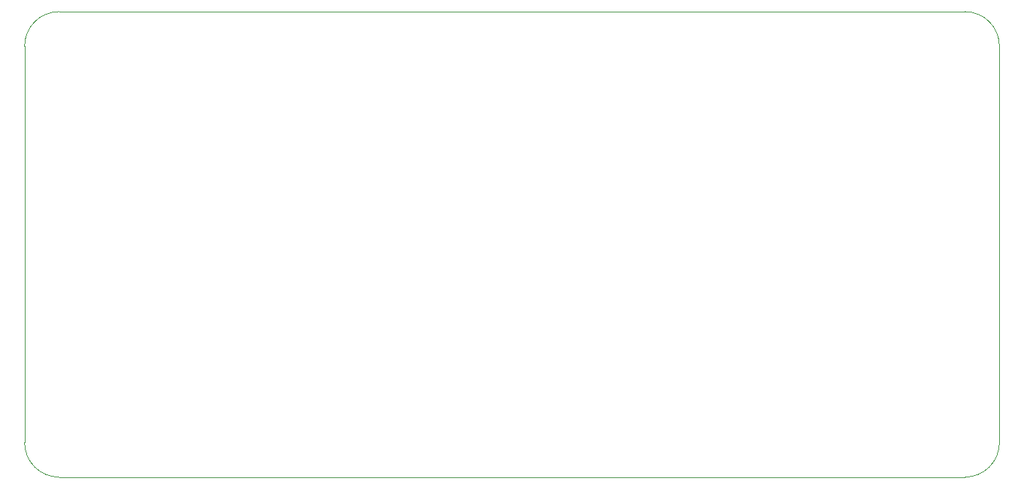
<source format=gbr>
%TF.GenerationSoftware,KiCad,Pcbnew,(5.1.7-0-10_14)*%
%TF.CreationDate,2020-11-02T10:01:54+01:00*%
%TF.ProjectId,controller_motion_pcb,636f6e74-726f-46c6-9c65-725f6d6f7469,rev?*%
%TF.SameCoordinates,Original*%
%TF.FileFunction,Profile,NP*%
%FSLAX46Y46*%
G04 Gerber Fmt 4.6, Leading zero omitted, Abs format (unit mm)*
G04 Created by KiCad (PCBNEW (5.1.7-0-10_14)) date 2020-11-02 10:01:54*
%MOMM*%
%LPD*%
G01*
G04 APERTURE LIST*
%TA.AperFunction,Profile*%
%ADD10C,0.050000*%
%TD*%
G04 APERTURE END LIST*
D10*
X78500000Y-37000000D02*
G75*
G02*
X82500000Y-33000000I4000000J0D01*
G01*
X82500000Y-87000000D02*
G75*
G02*
X78500000Y-83000000I0J4000000D01*
G01*
X191500000Y-83000000D02*
G75*
G02*
X187500000Y-87000000I-4000000J0D01*
G01*
X187500000Y-33000000D02*
G75*
G02*
X191500000Y-37000000I0J-4000000D01*
G01*
X78500000Y-37000000D02*
X78500000Y-83000000D01*
X187500000Y-87000000D02*
X82500000Y-87000000D01*
X191500000Y-37000000D02*
X191500000Y-83000000D01*
X82500000Y-33000000D02*
X187500000Y-33000000D01*
M02*

</source>
